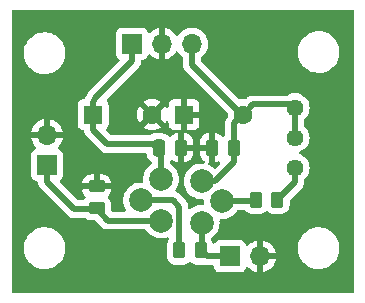
<source format=gbr>
G04 #@! TF.GenerationSoftware,KiCad,Pcbnew,(6.0.4)*
G04 #@! TF.CreationDate,2022-04-19T23:10:38+02:00*
G04 #@! TF.ProjectId,Wt_rnik_oscyloskopowy_JFET,5774f372-6e69-46b5-9f6f-7363796c6f73,rev?*
G04 #@! TF.SameCoordinates,Original*
G04 #@! TF.FileFunction,Copper,L2,Bot*
G04 #@! TF.FilePolarity,Positive*
%FSLAX46Y46*%
G04 Gerber Fmt 4.6, Leading zero omitted, Abs format (unit mm)*
G04 Created by KiCad (PCBNEW (6.0.4)) date 2022-04-19 23:10:38*
%MOMM*%
%LPD*%
G01*
G04 APERTURE LIST*
G04 Aperture macros list*
%AMRoundRect*
0 Rectangle with rounded corners*
0 $1 Rounding radius*
0 $2 $3 $4 $5 $6 $7 $8 $9 X,Y pos of 4 corners*
0 Add a 4 corners polygon primitive as box body*
4,1,4,$2,$3,$4,$5,$6,$7,$8,$9,$2,$3,0*
0 Add four circle primitives for the rounded corners*
1,1,$1+$1,$2,$3*
1,1,$1+$1,$4,$5*
1,1,$1+$1,$6,$7*
1,1,$1+$1,$8,$9*
0 Add four rect primitives between the rounded corners*
20,1,$1+$1,$2,$3,$4,$5,0*
20,1,$1+$1,$4,$5,$6,$7,0*
20,1,$1+$1,$6,$7,$8,$9,0*
20,1,$1+$1,$8,$9,$2,$3,0*%
G04 Aperture macros list end*
G04 #@! TA.AperFunction,ComponentPad*
%ADD10R,1.700000X1.700000*%
G04 #@! TD*
G04 #@! TA.AperFunction,ComponentPad*
%ADD11O,1.700000X1.700000*%
G04 #@! TD*
G04 #@! TA.AperFunction,ComponentPad*
%ADD12C,1.440000*%
G04 #@! TD*
G04 #@! TA.AperFunction,ComponentPad*
%ADD13R,1.600000X1.600000*%
G04 #@! TD*
G04 #@! TA.AperFunction,ComponentPad*
%ADD14C,1.600000*%
G04 #@! TD*
G04 #@! TA.AperFunction,ComponentPad*
%ADD15C,2.000000*%
G04 #@! TD*
G04 #@! TA.AperFunction,SMDPad,CuDef*
%ADD16RoundRect,0.250000X-0.262500X-0.450000X0.262500X-0.450000X0.262500X0.450000X-0.262500X0.450000X0*%
G04 #@! TD*
G04 #@! TA.AperFunction,SMDPad,CuDef*
%ADD17RoundRect,0.250000X0.450000X-0.262500X0.450000X0.262500X-0.450000X0.262500X-0.450000X-0.262500X0*%
G04 #@! TD*
G04 #@! TA.AperFunction,SMDPad,CuDef*
%ADD18RoundRect,0.250000X-0.250000X-0.475000X0.250000X-0.475000X0.250000X0.475000X-0.250000X0.475000X0*%
G04 #@! TD*
G04 #@! TA.AperFunction,SMDPad,CuDef*
%ADD19RoundRect,0.250000X0.250000X0.475000X-0.250000X0.475000X-0.250000X-0.475000X0.250000X-0.475000X0*%
G04 #@! TD*
G04 #@! TA.AperFunction,Conductor*
%ADD20C,0.500000*%
G04 #@! TD*
G04 APERTURE END LIST*
D10*
G04 #@! TO.P,J1,1,Pin_1*
G04 #@! TO.N,+15V*
X110600000Y-72400000D03*
D11*
G04 #@! TO.P,J1,2,Pin_2*
G04 #@! TO.N,GND*
X113140000Y-72400000D03*
G04 #@! TO.P,J1,3,Pin_3*
G04 #@! TO.N,-15V*
X115680000Y-72400000D03*
G04 #@! TD*
D12*
G04 #@! TO.P,RV1,1,1*
G04 #@! TO.N,Net-(R3-Pad2)*
X124400000Y-82900000D03*
G04 #@! TO.P,RV1,2,2*
G04 #@! TO.N,-15V*
X124400000Y-80360000D03*
G04 #@! TO.P,RV1,3,3*
X124400000Y-77820000D03*
G04 #@! TD*
D13*
G04 #@! TO.P,C4,1*
G04 #@! TO.N,GND*
X115000000Y-78400000D03*
D14*
G04 #@! TO.P,C4,2*
G04 #@! TO.N,-15V*
X120000000Y-78400000D03*
G04 #@! TD*
D13*
G04 #@! TO.P,C1,1*
G04 #@! TO.N,+15V*
X107300000Y-78400000D03*
D14*
G04 #@! TO.P,C1,2*
G04 #@! TO.N,GND*
X112300000Y-78400000D03*
G04 #@! TD*
D15*
G04 #@! TO.P,Q1,1,G*
G04 #@! TO.N,Net-(J2-Pad1)*
X113060000Y-87370000D03*
G04 #@! TO.P,Q1,2,S*
G04 #@! TO.N,Net-(Q1-Pad2)*
X111360000Y-85670000D03*
G04 #@! TO.P,Q1,3,D*
G04 #@! TO.N,+15V*
X113060000Y-83870000D03*
G04 #@! TD*
D10*
G04 #@! TO.P,J2,1,Pin_1*
G04 #@! TO.N,Net-(J2-Pad1)*
X103400000Y-82675000D03*
D11*
G04 #@! TO.P,J2,2,Pin_2*
G04 #@! TO.N,GND*
X103400000Y-80135000D03*
G04 #@! TD*
D15*
G04 #@! TO.P,Q2,1,G*
G04 #@! TO.N,-15V*
X116500000Y-84050000D03*
G04 #@! TO.P,Q2,2,S*
G04 #@! TO.N,Net-(Q2-Pad2)*
X118200000Y-85750000D03*
G04 #@! TO.P,Q2,3,D*
G04 #@! TO.N,Net-(J3-Pad1)*
X116500000Y-87550000D03*
G04 #@! TD*
D10*
G04 #@! TO.P,J3,1,Pin_1*
G04 #@! TO.N,Net-(J3-Pad1)*
X118900000Y-90400000D03*
D11*
G04 #@! TO.P,J3,2,Pin_2*
G04 #@! TO.N,GND*
X121440000Y-90400000D03*
G04 #@! TD*
D16*
G04 #@! TO.P,R3,1*
G04 #@! TO.N,Net-(Q2-Pad2)*
X121087500Y-85600000D03*
G04 #@! TO.P,R3,2*
G04 #@! TO.N,Net-(R3-Pad2)*
X122912500Y-85600000D03*
G04 #@! TD*
G04 #@! TO.P,R2,1*
G04 #@! TO.N,Net-(Q1-Pad2)*
X114587500Y-89900000D03*
G04 #@! TO.P,R2,2*
G04 #@! TO.N,Net-(J3-Pad1)*
X116412500Y-89900000D03*
G04 #@! TD*
D17*
G04 #@! TO.P,R1,1*
G04 #@! TO.N,Net-(J2-Pad1)*
X107600000Y-86312500D03*
G04 #@! TO.P,R1,2*
G04 #@! TO.N,GND*
X107600000Y-84487500D03*
G04 #@! TD*
D18*
G04 #@! TO.P,C2,1*
G04 #@! TO.N,+15V*
X112850000Y-81200000D03*
G04 #@! TO.P,C2,2*
G04 #@! TO.N,GND*
X114750000Y-81200000D03*
G04 #@! TD*
D19*
G04 #@! TO.P,C3,1*
G04 #@! TO.N,-15V*
X119250000Y-81200000D03*
G04 #@! TO.P,C3,2*
G04 #@! TO.N,GND*
X117350000Y-81200000D03*
G04 #@! TD*
D20*
G04 #@! TO.N,+15V*
X112350000Y-80900000D02*
X113060000Y-81610000D01*
X108500000Y-80900000D02*
X112350000Y-80900000D01*
X113060000Y-81610000D02*
X113060000Y-83870000D01*
X110600000Y-73900000D02*
X107500000Y-77000000D01*
X107300000Y-77300000D02*
X107300000Y-78400000D01*
X107500000Y-77100000D02*
X107300000Y-77300000D01*
X107300000Y-79700000D02*
X108500000Y-80900000D01*
X107500000Y-77000000D02*
X107500000Y-77100000D01*
X110600000Y-72400000D02*
X110600000Y-73900000D01*
X107300000Y-78400000D02*
X107300000Y-79700000D01*
G04 #@! TO.N,GND*
X114850000Y-78550000D02*
X115000000Y-78400000D01*
G04 #@! TO.N,-15V*
X119250000Y-79150000D02*
X120000000Y-78400000D01*
X120000000Y-78400000D02*
X120855000Y-77545000D01*
X124125000Y-77545000D02*
X124400000Y-77820000D01*
X117650000Y-84050000D02*
X119250000Y-82450000D01*
X119250000Y-82450000D02*
X119250000Y-79150000D01*
X116540000Y-84050000D02*
X117650000Y-84050000D01*
X124400000Y-77820000D02*
X124400000Y-80360000D01*
X119900000Y-78400000D02*
X120000000Y-78400000D01*
X115680000Y-72400000D02*
X115680000Y-74180000D01*
X115680000Y-74180000D02*
X119900000Y-78400000D01*
X120855000Y-77545000D02*
X124125000Y-77545000D01*
G04 #@! TO.N,Net-(J2-Pad1)*
X105700000Y-86400000D02*
X107512500Y-86400000D01*
X103400000Y-84100000D02*
X105700000Y-86400000D01*
X103400000Y-82675000D02*
X103400000Y-84100000D01*
X108570000Y-87370000D02*
X113060000Y-87370000D01*
X107600000Y-86400000D02*
X108570000Y-87370000D01*
X107512500Y-86400000D02*
X107600000Y-86312500D01*
X107600000Y-86312500D02*
X107600000Y-86400000D01*
G04 #@! TO.N,Net-(J3-Pad1)*
X116500000Y-87550000D02*
X116500000Y-89812500D01*
X116412500Y-89900000D02*
X116912500Y-90400000D01*
X116500000Y-89812500D02*
X116412500Y-89900000D01*
X116912500Y-90400000D02*
X118900000Y-90400000D01*
G04 #@! TO.N,Net-(Q1-Pad2)*
X114600000Y-86200000D02*
X114600000Y-89887500D01*
X114600000Y-89887500D02*
X114587500Y-89900000D01*
X111360000Y-85670000D02*
X114070000Y-85670000D01*
X114070000Y-85670000D02*
X114600000Y-86200000D01*
X114587500Y-89900000D02*
X114587500Y-90200000D01*
G04 #@! TO.N,Net-(Q2-Pad2)*
X120937500Y-85750000D02*
X121087500Y-85600000D01*
X118240000Y-85750000D02*
X120937500Y-85750000D01*
G04 #@! TO.N,Net-(R3-Pad2)*
X124400000Y-84112500D02*
X122912500Y-85600000D01*
X124400000Y-82900000D02*
X124400000Y-84112500D01*
G04 #@! TD*
G04 #@! TA.AperFunction,Conductor*
G04 #@! TO.N,GND*
G36*
X129333621Y-69528502D02*
G01*
X129380114Y-69582158D01*
X129391500Y-69634500D01*
X129391500Y-93365500D01*
X129371498Y-93433621D01*
X129317842Y-93480114D01*
X129265500Y-93491500D01*
X100534500Y-93491500D01*
X100466379Y-93471498D01*
X100419886Y-93417842D01*
X100408500Y-93365500D01*
X100408500Y-89807655D01*
X101439858Y-89807655D01*
X101475104Y-90066638D01*
X101476412Y-90071124D01*
X101476412Y-90071126D01*
X101492956Y-90127885D01*
X101548243Y-90317567D01*
X101657668Y-90554928D01*
X101660231Y-90558837D01*
X101798410Y-90769596D01*
X101798414Y-90769601D01*
X101800976Y-90773509D01*
X101975018Y-90968506D01*
X102175970Y-91135637D01*
X102179973Y-91138066D01*
X102395422Y-91268804D01*
X102395426Y-91268806D01*
X102399419Y-91271229D01*
X102640455Y-91372303D01*
X102893783Y-91436641D01*
X102898434Y-91437109D01*
X102898438Y-91437110D01*
X103091308Y-91456531D01*
X103110867Y-91458500D01*
X103266354Y-91458500D01*
X103268679Y-91458327D01*
X103268685Y-91458327D01*
X103456000Y-91444407D01*
X103456004Y-91444406D01*
X103460652Y-91444061D01*
X103465200Y-91443032D01*
X103465206Y-91443031D01*
X103651601Y-91400853D01*
X103715577Y-91386377D01*
X103751769Y-91372303D01*
X103954824Y-91293340D01*
X103954827Y-91293339D01*
X103959177Y-91291647D01*
X103967637Y-91286812D01*
X104063261Y-91232158D01*
X104186098Y-91161951D01*
X104391357Y-91000138D01*
X104570443Y-90809763D01*
X104719424Y-90595009D01*
X104741284Y-90550682D01*
X104832960Y-90364781D01*
X104832961Y-90364778D01*
X104835025Y-90360593D01*
X104914707Y-90111665D01*
X104956721Y-89853693D01*
X104960142Y-89592345D01*
X104924896Y-89333362D01*
X104910473Y-89283877D01*
X104884252Y-89193919D01*
X104851757Y-89082433D01*
X104846225Y-89070432D01*
X104795637Y-88960700D01*
X104742332Y-88845072D01*
X104689225Y-88764070D01*
X104601590Y-88630404D01*
X104601586Y-88630399D01*
X104599024Y-88626491D01*
X104424982Y-88431494D01*
X104224030Y-88264363D01*
X104033097Y-88148502D01*
X104004578Y-88131196D01*
X104004574Y-88131194D01*
X104000581Y-88128771D01*
X103759545Y-88027697D01*
X103506217Y-87963359D01*
X103501566Y-87962891D01*
X103501562Y-87962890D01*
X103292271Y-87941816D01*
X103289133Y-87941500D01*
X103133646Y-87941500D01*
X103131321Y-87941673D01*
X103131315Y-87941673D01*
X102944000Y-87955593D01*
X102943996Y-87955594D01*
X102939348Y-87955939D01*
X102934800Y-87956968D01*
X102934794Y-87956969D01*
X102748399Y-87999147D01*
X102684423Y-88013623D01*
X102680071Y-88015315D01*
X102680069Y-88015316D01*
X102445176Y-88106660D01*
X102445173Y-88106661D01*
X102440823Y-88108353D01*
X102436769Y-88110670D01*
X102436767Y-88110671D01*
X102405099Y-88128771D01*
X102213902Y-88238049D01*
X102008643Y-88399862D01*
X101829557Y-88590237D01*
X101748227Y-88707473D01*
X101690888Y-88790127D01*
X101680576Y-88804991D01*
X101678510Y-88809181D01*
X101678508Y-88809184D01*
X101598126Y-88972184D01*
X101564975Y-89039407D01*
X101563553Y-89043850D01*
X101563552Y-89043852D01*
X101535015Y-89133002D01*
X101485293Y-89288335D01*
X101443279Y-89546307D01*
X101439858Y-89807655D01*
X100408500Y-89807655D01*
X100408500Y-83573134D01*
X102041500Y-83573134D01*
X102048255Y-83635316D01*
X102099385Y-83771705D01*
X102186739Y-83888261D01*
X102303295Y-83975615D01*
X102439684Y-84026745D01*
X102501866Y-84033500D01*
X102516420Y-84033500D01*
X102584541Y-84053502D01*
X102631034Y-84107158D01*
X102641571Y-84144905D01*
X102644793Y-84172543D01*
X102645222Y-84176882D01*
X102649770Y-84232789D01*
X102651140Y-84249637D01*
X102653396Y-84256601D01*
X102654587Y-84262560D01*
X102655971Y-84268415D01*
X102656818Y-84275681D01*
X102681735Y-84344327D01*
X102683152Y-84348455D01*
X102701266Y-84404368D01*
X102705649Y-84417899D01*
X102709445Y-84424154D01*
X102711951Y-84429628D01*
X102714670Y-84435058D01*
X102717167Y-84441937D01*
X102721180Y-84448057D01*
X102721180Y-84448058D01*
X102757186Y-84502976D01*
X102759523Y-84506680D01*
X102797405Y-84569107D01*
X102801121Y-84573315D01*
X102801122Y-84573316D01*
X102804803Y-84577484D01*
X102804776Y-84577508D01*
X102807429Y-84580500D01*
X102810132Y-84583733D01*
X102814144Y-84589852D01*
X102819456Y-84594884D01*
X102870383Y-84643128D01*
X102872825Y-84645506D01*
X105116230Y-86888911D01*
X105128616Y-86903323D01*
X105137149Y-86914918D01*
X105137154Y-86914923D01*
X105141492Y-86920818D01*
X105147070Y-86925557D01*
X105147073Y-86925560D01*
X105181768Y-86955035D01*
X105189284Y-86961965D01*
X105194979Y-86967660D01*
X105201120Y-86972518D01*
X105217251Y-86985281D01*
X105220655Y-86988072D01*
X105270703Y-87030591D01*
X105276285Y-87035333D01*
X105282801Y-87038661D01*
X105287850Y-87042028D01*
X105292979Y-87045195D01*
X105298716Y-87049734D01*
X105364875Y-87080655D01*
X105368769Y-87082558D01*
X105433808Y-87115769D01*
X105440916Y-87117508D01*
X105446559Y-87119607D01*
X105452322Y-87121524D01*
X105458950Y-87124622D01*
X105466112Y-87126112D01*
X105466113Y-87126112D01*
X105530412Y-87139486D01*
X105534696Y-87140456D01*
X105605610Y-87157808D01*
X105611212Y-87158156D01*
X105611215Y-87158156D01*
X105616764Y-87158500D01*
X105616762Y-87158536D01*
X105620755Y-87158775D01*
X105624947Y-87159149D01*
X105632115Y-87160640D01*
X105709520Y-87158546D01*
X105712928Y-87158500D01*
X106615342Y-87158500D01*
X106681458Y-87177240D01*
X106820224Y-87262777D01*
X106827262Y-87267115D01*
X106907005Y-87293564D01*
X106988611Y-87320632D01*
X106988613Y-87320632D01*
X106995139Y-87322797D01*
X107001975Y-87323497D01*
X107001978Y-87323498D01*
X107045031Y-87327909D01*
X107099600Y-87333500D01*
X107408629Y-87333500D01*
X107476750Y-87353502D01*
X107497724Y-87370405D01*
X107986230Y-87858911D01*
X107998616Y-87873323D01*
X108007149Y-87884918D01*
X108007154Y-87884923D01*
X108011492Y-87890818D01*
X108017070Y-87895557D01*
X108017073Y-87895560D01*
X108051768Y-87925035D01*
X108059284Y-87931965D01*
X108064979Y-87937660D01*
X108067861Y-87939940D01*
X108087251Y-87955281D01*
X108090655Y-87958072D01*
X108140703Y-88000591D01*
X108146285Y-88005333D01*
X108152801Y-88008661D01*
X108157850Y-88012028D01*
X108162979Y-88015195D01*
X108168716Y-88019734D01*
X108234875Y-88050655D01*
X108238769Y-88052558D01*
X108303808Y-88085769D01*
X108310916Y-88087508D01*
X108316559Y-88089607D01*
X108322322Y-88091524D01*
X108328950Y-88094622D01*
X108394965Y-88108353D01*
X108400412Y-88109486D01*
X108404696Y-88110456D01*
X108475610Y-88127808D01*
X108481212Y-88128156D01*
X108481215Y-88128156D01*
X108486764Y-88128500D01*
X108486762Y-88128536D01*
X108490755Y-88128775D01*
X108494947Y-88129149D01*
X108502115Y-88130640D01*
X108579520Y-88128546D01*
X108582928Y-88128500D01*
X111685035Y-88128500D01*
X111753156Y-88148502D01*
X111792466Y-88188663D01*
X111835824Y-88259416D01*
X111839037Y-88263178D01*
X111842605Y-88267355D01*
X111990031Y-88439969D01*
X112170584Y-88594176D01*
X112174792Y-88596755D01*
X112174798Y-88596759D01*
X112229702Y-88630404D01*
X112373037Y-88718240D01*
X112377607Y-88720133D01*
X112377611Y-88720135D01*
X112587833Y-88807211D01*
X112592406Y-88809105D01*
X112672609Y-88828360D01*
X112818476Y-88863380D01*
X112818482Y-88863381D01*
X112823289Y-88864535D01*
X113060000Y-88883165D01*
X113296711Y-88864535D01*
X113301518Y-88863381D01*
X113301524Y-88863380D01*
X113447391Y-88828360D01*
X113527594Y-88809105D01*
X113532169Y-88807210D01*
X113532172Y-88807209D01*
X113573413Y-88790127D01*
X113644003Y-88782538D01*
X113707489Y-88814318D01*
X113743716Y-88875376D01*
X113741182Y-88946328D01*
X113725016Y-88976279D01*
X113725695Y-88976697D01*
X113646749Y-89104771D01*
X113632885Y-89127262D01*
X113610777Y-89193917D01*
X113585137Y-89271220D01*
X113577203Y-89295139D01*
X113576503Y-89301975D01*
X113576502Y-89301978D01*
X113573287Y-89333362D01*
X113566500Y-89399600D01*
X113566500Y-90400400D01*
X113577474Y-90506166D01*
X113579655Y-90512702D01*
X113579655Y-90512704D01*
X113607114Y-90595009D01*
X113633450Y-90673946D01*
X113726522Y-90824348D01*
X113851697Y-90949305D01*
X113857927Y-90953145D01*
X113857928Y-90953146D01*
X113995090Y-91037694D01*
X114002262Y-91042115D01*
X114082005Y-91068564D01*
X114163611Y-91095632D01*
X114163613Y-91095632D01*
X114170139Y-91097797D01*
X114176975Y-91098497D01*
X114176978Y-91098498D01*
X114220031Y-91102909D01*
X114274600Y-91108500D01*
X114900400Y-91108500D01*
X114903646Y-91108163D01*
X114903650Y-91108163D01*
X114999308Y-91098238D01*
X114999312Y-91098237D01*
X115006166Y-91097526D01*
X115012702Y-91095345D01*
X115012704Y-91095345D01*
X115144806Y-91051272D01*
X115173946Y-91041550D01*
X115324348Y-90948478D01*
X115410784Y-90861891D01*
X115473066Y-90827812D01*
X115543886Y-90832815D01*
X115588976Y-90861736D01*
X115676697Y-90949305D01*
X115682927Y-90953145D01*
X115682928Y-90953146D01*
X115820090Y-91037694D01*
X115827262Y-91042115D01*
X115907005Y-91068564D01*
X115988611Y-91095632D01*
X115988613Y-91095632D01*
X115995139Y-91097797D01*
X116001975Y-91098497D01*
X116001978Y-91098498D01*
X116045031Y-91102909D01*
X116099600Y-91108500D01*
X116606524Y-91108500D01*
X116645976Y-91115599D01*
X116646308Y-91115769D01*
X116653414Y-91117508D01*
X116659039Y-91119600D01*
X116664821Y-91121523D01*
X116671450Y-91124622D01*
X116678613Y-91126112D01*
X116678616Y-91126113D01*
X116724405Y-91135637D01*
X116742935Y-91139491D01*
X116747201Y-91140457D01*
X116818110Y-91157808D01*
X116823712Y-91158156D01*
X116823715Y-91158156D01*
X116829264Y-91158500D01*
X116829262Y-91158535D01*
X116833234Y-91158775D01*
X116837455Y-91159152D01*
X116844615Y-91160641D01*
X116922042Y-91158546D01*
X116925450Y-91158500D01*
X117415500Y-91158500D01*
X117483621Y-91178502D01*
X117530114Y-91232158D01*
X117541500Y-91284500D01*
X117541500Y-91298134D01*
X117548255Y-91360316D01*
X117599385Y-91496705D01*
X117686739Y-91613261D01*
X117803295Y-91700615D01*
X117939684Y-91751745D01*
X118001866Y-91758500D01*
X119798134Y-91758500D01*
X119860316Y-91751745D01*
X119996705Y-91700615D01*
X120113261Y-91613261D01*
X120200615Y-91496705D01*
X120206172Y-91481883D01*
X120244798Y-91378848D01*
X120287440Y-91322084D01*
X120354001Y-91297384D01*
X120423350Y-91312592D01*
X120458017Y-91340580D01*
X120483218Y-91369673D01*
X120490580Y-91376883D01*
X120654434Y-91512916D01*
X120662881Y-91518831D01*
X120846756Y-91626279D01*
X120856042Y-91630729D01*
X121055001Y-91706703D01*
X121064899Y-91709579D01*
X121168250Y-91730606D01*
X121182299Y-91729410D01*
X121186000Y-91719065D01*
X121186000Y-91718517D01*
X121694000Y-91718517D01*
X121698064Y-91732359D01*
X121711478Y-91734393D01*
X121718184Y-91733534D01*
X121728262Y-91731392D01*
X121932255Y-91670191D01*
X121941842Y-91666433D01*
X122133095Y-91572739D01*
X122141945Y-91567464D01*
X122315328Y-91443792D01*
X122323200Y-91437139D01*
X122474052Y-91286812D01*
X122480730Y-91278965D01*
X122605003Y-91106020D01*
X122610313Y-91097183D01*
X122704670Y-90906267D01*
X122708469Y-90896672D01*
X122770377Y-90692910D01*
X122772555Y-90682837D01*
X122773986Y-90671962D01*
X122771775Y-90657778D01*
X122758617Y-90654000D01*
X121712115Y-90654000D01*
X121696876Y-90658475D01*
X121695671Y-90659865D01*
X121694000Y-90667548D01*
X121694000Y-91718517D01*
X121186000Y-91718517D01*
X121186000Y-90127885D01*
X121694000Y-90127885D01*
X121698475Y-90143124D01*
X121699865Y-90144329D01*
X121707548Y-90146000D01*
X122758344Y-90146000D01*
X122771875Y-90142027D01*
X122773180Y-90132947D01*
X122731214Y-89965875D01*
X122727894Y-89956124D01*
X122663339Y-89807655D01*
X124639858Y-89807655D01*
X124675104Y-90066638D01*
X124676412Y-90071124D01*
X124676412Y-90071126D01*
X124692956Y-90127885D01*
X124748243Y-90317567D01*
X124857668Y-90554928D01*
X124860231Y-90558837D01*
X124998410Y-90769596D01*
X124998414Y-90769601D01*
X125000976Y-90773509D01*
X125175018Y-90968506D01*
X125375970Y-91135637D01*
X125379973Y-91138066D01*
X125595422Y-91268804D01*
X125595426Y-91268806D01*
X125599419Y-91271229D01*
X125840455Y-91372303D01*
X126093783Y-91436641D01*
X126098434Y-91437109D01*
X126098438Y-91437110D01*
X126291308Y-91456531D01*
X126310867Y-91458500D01*
X126466354Y-91458500D01*
X126468679Y-91458327D01*
X126468685Y-91458327D01*
X126656000Y-91444407D01*
X126656004Y-91444406D01*
X126660652Y-91444061D01*
X126665200Y-91443032D01*
X126665206Y-91443031D01*
X126851601Y-91400853D01*
X126915577Y-91386377D01*
X126951769Y-91372303D01*
X127154824Y-91293340D01*
X127154827Y-91293339D01*
X127159177Y-91291647D01*
X127167637Y-91286812D01*
X127263261Y-91232158D01*
X127386098Y-91161951D01*
X127591357Y-91000138D01*
X127770443Y-90809763D01*
X127919424Y-90595009D01*
X127941284Y-90550682D01*
X128032960Y-90364781D01*
X128032961Y-90364778D01*
X128035025Y-90360593D01*
X128114707Y-90111665D01*
X128156721Y-89853693D01*
X128160142Y-89592345D01*
X128124896Y-89333362D01*
X128110473Y-89283877D01*
X128084252Y-89193919D01*
X128051757Y-89082433D01*
X128046225Y-89070432D01*
X127995637Y-88960700D01*
X127942332Y-88845072D01*
X127889225Y-88764070D01*
X127801590Y-88630404D01*
X127801586Y-88630399D01*
X127799024Y-88626491D01*
X127624982Y-88431494D01*
X127424030Y-88264363D01*
X127233097Y-88148502D01*
X127204578Y-88131196D01*
X127204574Y-88131194D01*
X127200581Y-88128771D01*
X126959545Y-88027697D01*
X126706217Y-87963359D01*
X126701566Y-87962891D01*
X126701562Y-87962890D01*
X126492271Y-87941816D01*
X126489133Y-87941500D01*
X126333646Y-87941500D01*
X126331321Y-87941673D01*
X126331315Y-87941673D01*
X126144000Y-87955593D01*
X126143996Y-87955594D01*
X126139348Y-87955939D01*
X126134800Y-87956968D01*
X126134794Y-87956969D01*
X125948399Y-87999147D01*
X125884423Y-88013623D01*
X125880071Y-88015315D01*
X125880069Y-88015316D01*
X125645176Y-88106660D01*
X125645173Y-88106661D01*
X125640823Y-88108353D01*
X125636769Y-88110670D01*
X125636767Y-88110671D01*
X125605099Y-88128771D01*
X125413902Y-88238049D01*
X125208643Y-88399862D01*
X125029557Y-88590237D01*
X124948227Y-88707473D01*
X124890888Y-88790127D01*
X124880576Y-88804991D01*
X124878510Y-88809181D01*
X124878508Y-88809184D01*
X124798126Y-88972184D01*
X124764975Y-89039407D01*
X124763553Y-89043850D01*
X124763552Y-89043852D01*
X124735015Y-89133002D01*
X124685293Y-89288335D01*
X124643279Y-89546307D01*
X124639858Y-89807655D01*
X122663339Y-89807655D01*
X122642972Y-89760814D01*
X122638105Y-89751739D01*
X122522426Y-89572926D01*
X122516136Y-89564757D01*
X122372806Y-89407240D01*
X122365273Y-89400215D01*
X122198139Y-89268222D01*
X122189552Y-89262517D01*
X122003117Y-89159599D01*
X121993705Y-89155369D01*
X121792959Y-89084280D01*
X121782988Y-89081646D01*
X121711837Y-89068972D01*
X121698540Y-89070432D01*
X121694000Y-89084989D01*
X121694000Y-90127885D01*
X121186000Y-90127885D01*
X121186000Y-89083102D01*
X121182082Y-89069758D01*
X121167806Y-89067771D01*
X121129324Y-89073660D01*
X121119288Y-89076051D01*
X120916868Y-89142212D01*
X120907359Y-89146209D01*
X120718463Y-89244542D01*
X120709738Y-89250036D01*
X120539433Y-89377905D01*
X120531726Y-89384748D01*
X120454478Y-89465584D01*
X120392954Y-89501014D01*
X120322042Y-89497557D01*
X120264255Y-89456311D01*
X120245402Y-89422763D01*
X120203767Y-89311703D01*
X120200615Y-89303295D01*
X120113261Y-89186739D01*
X119996705Y-89099385D01*
X119860316Y-89048255D01*
X119798134Y-89041500D01*
X118001866Y-89041500D01*
X117939684Y-89048255D01*
X117803295Y-89099385D01*
X117686739Y-89186739D01*
X117625671Y-89268222D01*
X117623424Y-89271220D01*
X117566564Y-89313734D01*
X117495746Y-89318759D01*
X117433453Y-89284699D01*
X117403074Y-89235530D01*
X117389192Y-89193919D01*
X117366550Y-89126054D01*
X117335607Y-89076051D01*
X117281551Y-88988697D01*
X117262713Y-88920245D01*
X117283874Y-88852475D01*
X117322860Y-88814962D01*
X117345400Y-88801149D01*
X117389416Y-88774176D01*
X117569969Y-88619969D01*
X117724176Y-88439416D01*
X117726755Y-88435208D01*
X117726759Y-88435202D01*
X117845654Y-88241183D01*
X117848240Y-88236963D01*
X117884882Y-88148502D01*
X117937211Y-88022167D01*
X117937212Y-88022165D01*
X117939105Y-88017594D01*
X117970958Y-87884918D01*
X117993380Y-87791524D01*
X117993381Y-87791518D01*
X117994535Y-87786711D01*
X118013165Y-87550000D01*
X118000860Y-87393654D01*
X118015456Y-87324174D01*
X118065298Y-87273615D01*
X118136358Y-87258156D01*
X118200000Y-87263165D01*
X118436711Y-87244535D01*
X118441518Y-87243381D01*
X118441524Y-87243380D01*
X118587391Y-87208360D01*
X118667594Y-87189105D01*
X118703325Y-87174305D01*
X118882389Y-87100135D01*
X118882393Y-87100133D01*
X118886963Y-87098240D01*
X118914166Y-87081570D01*
X119085202Y-86976759D01*
X119085208Y-86976755D01*
X119089416Y-86974176D01*
X119269969Y-86819969D01*
X119279765Y-86808500D01*
X119420963Y-86643178D01*
X119424176Y-86639416D01*
X119467533Y-86568664D01*
X119520181Y-86521033D01*
X119574965Y-86508500D01*
X120158520Y-86508500D01*
X120226641Y-86528502D01*
X120247536Y-86545325D01*
X120351697Y-86649305D01*
X120357927Y-86653145D01*
X120357928Y-86653146D01*
X120495090Y-86737694D01*
X120502262Y-86742115D01*
X120582005Y-86768564D01*
X120663611Y-86795632D01*
X120663613Y-86795632D01*
X120670139Y-86797797D01*
X120676975Y-86798497D01*
X120676978Y-86798498D01*
X120720031Y-86802909D01*
X120774600Y-86808500D01*
X121400400Y-86808500D01*
X121403646Y-86808163D01*
X121403650Y-86808163D01*
X121499308Y-86798238D01*
X121499312Y-86798237D01*
X121506166Y-86797526D01*
X121512702Y-86795345D01*
X121512704Y-86795345D01*
X121644806Y-86751272D01*
X121673946Y-86741550D01*
X121824348Y-86648478D01*
X121910784Y-86561891D01*
X121973066Y-86527812D01*
X122043886Y-86532815D01*
X122088975Y-86561736D01*
X122118789Y-86591498D01*
X122176697Y-86649305D01*
X122182927Y-86653145D01*
X122182928Y-86653146D01*
X122320090Y-86737694D01*
X122327262Y-86742115D01*
X122407005Y-86768564D01*
X122488611Y-86795632D01*
X122488613Y-86795632D01*
X122495139Y-86797797D01*
X122501975Y-86798497D01*
X122501978Y-86798498D01*
X122545031Y-86802909D01*
X122599600Y-86808500D01*
X123225400Y-86808500D01*
X123228646Y-86808163D01*
X123228650Y-86808163D01*
X123324308Y-86798238D01*
X123324312Y-86798237D01*
X123331166Y-86797526D01*
X123337702Y-86795345D01*
X123337704Y-86795345D01*
X123469806Y-86751272D01*
X123498946Y-86741550D01*
X123649348Y-86648478D01*
X123774305Y-86523303D01*
X123798761Y-86483629D01*
X123863275Y-86378968D01*
X123863276Y-86378966D01*
X123867115Y-86372738D01*
X123905325Y-86257539D01*
X123920632Y-86211389D01*
X123920632Y-86211387D01*
X123922797Y-86204861D01*
X123927008Y-86163767D01*
X123928207Y-86152063D01*
X123933500Y-86100400D01*
X123933500Y-85703871D01*
X123953502Y-85635750D01*
X123970405Y-85614776D01*
X124888911Y-84696270D01*
X124903323Y-84683884D01*
X124914918Y-84675351D01*
X124914923Y-84675346D01*
X124920818Y-84671008D01*
X124925557Y-84665430D01*
X124925560Y-84665427D01*
X124955035Y-84630732D01*
X124961965Y-84623216D01*
X124967661Y-84617520D01*
X124969924Y-84614659D01*
X124969929Y-84614654D01*
X124985293Y-84595234D01*
X124988082Y-84591833D01*
X124989765Y-84589852D01*
X125035333Y-84536215D01*
X125038659Y-84529702D01*
X125042020Y-84524663D01*
X125045196Y-84519521D01*
X125049734Y-84513784D01*
X125080655Y-84447625D01*
X125082561Y-84443725D01*
X125089900Y-84429352D01*
X125115769Y-84378692D01*
X125117508Y-84371583D01*
X125119604Y-84365949D01*
X125121523Y-84360179D01*
X125124622Y-84353550D01*
X125126118Y-84346362D01*
X125139490Y-84282071D01*
X125140461Y-84277782D01*
X125149134Y-84242339D01*
X125157808Y-84206890D01*
X125158500Y-84195736D01*
X125158535Y-84195738D01*
X125158775Y-84191766D01*
X125159152Y-84187545D01*
X125160641Y-84180385D01*
X125158546Y-84102958D01*
X125158500Y-84099550D01*
X125158500Y-83931052D01*
X125178502Y-83862931D01*
X125195405Y-83841957D01*
X125344681Y-83692681D01*
X125467976Y-83516596D01*
X125482656Y-83485116D01*
X125556499Y-83326759D01*
X125556500Y-83326757D01*
X125558822Y-83321777D01*
X125614458Y-83114142D01*
X125633193Y-82900000D01*
X125614458Y-82685858D01*
X125596696Y-82619571D01*
X125560245Y-82483533D01*
X125560244Y-82483531D01*
X125558822Y-82478223D01*
X125551820Y-82463207D01*
X125470299Y-82288385D01*
X125470297Y-82288382D01*
X125467976Y-82283404D01*
X125344681Y-82107319D01*
X125192681Y-81955319D01*
X125016597Y-81832024D01*
X125011619Y-81829703D01*
X125011616Y-81829701D01*
X124828247Y-81744195D01*
X124774962Y-81697278D01*
X124755501Y-81629000D01*
X124776043Y-81561041D01*
X124828247Y-81515805D01*
X125011616Y-81430299D01*
X125011619Y-81430297D01*
X125016597Y-81427976D01*
X125192681Y-81304681D01*
X125344681Y-81152681D01*
X125467976Y-80976596D01*
X125482244Y-80946000D01*
X125556499Y-80786759D01*
X125556500Y-80786757D01*
X125558822Y-80781777D01*
X125588388Y-80671438D01*
X125613034Y-80579457D01*
X125613034Y-80579455D01*
X125614458Y-80574142D01*
X125633193Y-80360000D01*
X125614458Y-80145858D01*
X125602968Y-80102976D01*
X125560245Y-79943533D01*
X125560244Y-79943531D01*
X125558822Y-79938223D01*
X125532863Y-79882553D01*
X125470299Y-79748385D01*
X125470297Y-79748382D01*
X125467976Y-79743404D01*
X125344681Y-79567319D01*
X125195405Y-79418043D01*
X125161379Y-79355731D01*
X125158500Y-79328948D01*
X125158500Y-78851052D01*
X125178502Y-78782931D01*
X125195405Y-78761957D01*
X125344681Y-78612681D01*
X125467976Y-78436596D01*
X125483659Y-78402965D01*
X125556499Y-78246759D01*
X125556500Y-78246757D01*
X125558822Y-78241777D01*
X125589340Y-78127885D01*
X125613034Y-78039457D01*
X125613034Y-78039455D01*
X125614458Y-78034142D01*
X125633193Y-77820000D01*
X125614458Y-77605858D01*
X125600919Y-77555331D01*
X125560245Y-77403533D01*
X125560244Y-77403531D01*
X125558822Y-77398223D01*
X125541906Y-77361946D01*
X125470299Y-77208385D01*
X125470297Y-77208382D01*
X125467976Y-77203404D01*
X125344681Y-77027319D01*
X125192681Y-76875319D01*
X125016597Y-76752024D01*
X125011619Y-76749703D01*
X125011616Y-76749701D01*
X124826759Y-76663501D01*
X124826758Y-76663500D01*
X124821777Y-76661178D01*
X124816469Y-76659756D01*
X124816467Y-76659755D01*
X124619457Y-76606966D01*
X124619455Y-76606966D01*
X124614142Y-76605542D01*
X124400000Y-76586807D01*
X124185858Y-76605542D01*
X124180545Y-76606966D01*
X124180543Y-76606966D01*
X123983533Y-76659755D01*
X123983531Y-76659756D01*
X123978223Y-76661178D01*
X123973243Y-76663500D01*
X123973241Y-76663501D01*
X123788385Y-76749701D01*
X123788382Y-76749703D01*
X123783404Y-76752024D01*
X123766708Y-76763715D01*
X123694440Y-76786500D01*
X120922070Y-76786500D01*
X120903120Y-76785067D01*
X120888885Y-76782901D01*
X120888881Y-76782901D01*
X120881651Y-76781801D01*
X120874359Y-76782394D01*
X120874356Y-76782394D01*
X120828982Y-76786085D01*
X120818767Y-76786500D01*
X120810707Y-76786500D01*
X120807073Y-76786924D01*
X120807067Y-76786924D01*
X120794042Y-76788443D01*
X120782480Y-76789791D01*
X120778132Y-76790221D01*
X120756059Y-76792016D01*
X120712662Y-76795546D01*
X120712659Y-76795547D01*
X120705364Y-76796140D01*
X120698400Y-76798396D01*
X120692461Y-76799583D01*
X120686590Y-76800970D01*
X120679319Y-76801818D01*
X120672443Y-76804314D01*
X120672434Y-76804316D01*
X120610702Y-76826725D01*
X120606598Y-76828135D01*
X120537101Y-76850648D01*
X120530846Y-76854444D01*
X120525387Y-76856943D01*
X120519939Y-76859671D01*
X120513063Y-76862167D01*
X120452010Y-76902195D01*
X120448337Y-76904513D01*
X120385893Y-76942405D01*
X120377517Y-76949802D01*
X120377493Y-76949775D01*
X120374499Y-76952430D01*
X120371268Y-76955132D01*
X120365148Y-76959144D01*
X120311872Y-77015383D01*
X120309494Y-77017825D01*
X120262990Y-77064329D01*
X120200678Y-77098355D01*
X120162913Y-77100755D01*
X120005475Y-77086981D01*
X120000000Y-77086502D01*
X119771913Y-77106457D01*
X119766594Y-77107882D01*
X119761186Y-77108836D01*
X119760870Y-77107046D01*
X119698011Y-77105538D01*
X119647304Y-77074623D01*
X116475405Y-73902724D01*
X116441379Y-73840412D01*
X116438500Y-73813629D01*
X116438500Y-73592632D01*
X116458502Y-73524511D01*
X116491331Y-73490054D01*
X116559860Y-73441173D01*
X116718096Y-73283489D01*
X116739507Y-73253693D01*
X116772588Y-73207655D01*
X124639858Y-73207655D01*
X124675104Y-73466638D01*
X124676412Y-73471124D01*
X124676412Y-73471126D01*
X124689676Y-73516632D01*
X124748243Y-73717567D01*
X124750203Y-73721820D01*
X124750204Y-73721821D01*
X124765621Y-73755262D01*
X124857668Y-73954928D01*
X124860231Y-73958837D01*
X124998410Y-74169596D01*
X124998414Y-74169601D01*
X125000976Y-74173509D01*
X125175018Y-74368506D01*
X125375970Y-74535637D01*
X125379973Y-74538066D01*
X125595422Y-74668804D01*
X125595426Y-74668806D01*
X125599419Y-74671229D01*
X125840455Y-74772303D01*
X126093783Y-74836641D01*
X126098434Y-74837109D01*
X126098438Y-74837110D01*
X126291308Y-74856531D01*
X126310867Y-74858500D01*
X126466354Y-74858500D01*
X126468679Y-74858327D01*
X126468685Y-74858327D01*
X126656000Y-74844407D01*
X126656004Y-74844406D01*
X126660652Y-74844061D01*
X126665200Y-74843032D01*
X126665206Y-74843031D01*
X126902531Y-74789329D01*
X126915577Y-74786377D01*
X126948814Y-74773452D01*
X127154824Y-74693340D01*
X127154827Y-74693339D01*
X127159177Y-74691647D01*
X127197311Y-74669852D01*
X127342805Y-74586695D01*
X127386098Y-74561951D01*
X127591357Y-74400138D01*
X127770443Y-74209763D01*
X127919424Y-73995009D01*
X127921492Y-73990816D01*
X128032960Y-73764781D01*
X128032961Y-73764778D01*
X128035025Y-73760593D01*
X128036732Y-73755262D01*
X128113280Y-73516123D01*
X128114707Y-73511665D01*
X128156721Y-73253693D01*
X128159265Y-73059362D01*
X128160081Y-72997022D01*
X128160081Y-72997019D01*
X128160142Y-72992345D01*
X128124896Y-72733362D01*
X128110473Y-72683877D01*
X128083027Y-72589715D01*
X128051757Y-72482433D01*
X127942332Y-72245072D01*
X127876440Y-72144570D01*
X127801590Y-72030404D01*
X127801586Y-72030399D01*
X127799024Y-72026491D01*
X127624982Y-71831494D01*
X127424030Y-71664363D01*
X127331728Y-71608353D01*
X127204578Y-71531196D01*
X127204574Y-71531194D01*
X127200581Y-71528771D01*
X126959545Y-71427697D01*
X126706217Y-71363359D01*
X126701566Y-71362891D01*
X126701562Y-71362890D01*
X126492271Y-71341816D01*
X126489133Y-71341500D01*
X126333646Y-71341500D01*
X126331321Y-71341673D01*
X126331315Y-71341673D01*
X126144000Y-71355593D01*
X126143996Y-71355594D01*
X126139348Y-71355939D01*
X126134800Y-71356968D01*
X126134794Y-71356969D01*
X126012031Y-71384748D01*
X125884423Y-71413623D01*
X125880071Y-71415315D01*
X125880069Y-71415316D01*
X125645176Y-71506660D01*
X125645173Y-71506661D01*
X125640823Y-71508353D01*
X125413902Y-71638049D01*
X125208643Y-71799862D01*
X125029557Y-71990237D01*
X124937456Y-72122999D01*
X124903226Y-72172342D01*
X124880576Y-72204991D01*
X124878510Y-72209181D01*
X124878508Y-72209184D01*
X124800833Y-72366695D01*
X124764975Y-72439407D01*
X124763553Y-72443850D01*
X124763552Y-72443852D01*
X124732965Y-72539407D01*
X124685293Y-72688335D01*
X124643279Y-72946307D01*
X124643218Y-72950980D01*
X124641232Y-73102722D01*
X124639858Y-73207655D01*
X116772588Y-73207655D01*
X116845435Y-73106277D01*
X116848453Y-73102077D01*
X116850952Y-73097022D01*
X116945136Y-72906453D01*
X116945137Y-72906451D01*
X116947430Y-72901811D01*
X116998609Y-72733362D01*
X117010865Y-72693023D01*
X117010865Y-72693021D01*
X117012370Y-72688069D01*
X117041529Y-72466590D01*
X117042193Y-72439407D01*
X117043074Y-72403365D01*
X117043074Y-72403361D01*
X117043156Y-72400000D01*
X117024852Y-72177361D01*
X116970431Y-71960702D01*
X116881354Y-71755840D01*
X116841906Y-71694862D01*
X116762822Y-71572617D01*
X116762820Y-71572614D01*
X116760014Y-71568277D01*
X116609670Y-71403051D01*
X116605619Y-71399852D01*
X116605615Y-71399848D01*
X116438414Y-71267800D01*
X116438410Y-71267798D01*
X116434359Y-71264598D01*
X116398028Y-71244542D01*
X116382136Y-71235769D01*
X116238789Y-71156638D01*
X116233920Y-71154914D01*
X116233916Y-71154912D01*
X116033087Y-71083795D01*
X116033083Y-71083794D01*
X116028212Y-71082069D01*
X116023119Y-71081162D01*
X116023116Y-71081161D01*
X115813373Y-71043800D01*
X115813367Y-71043799D01*
X115808284Y-71042894D01*
X115734452Y-71041992D01*
X115590081Y-71040228D01*
X115590079Y-71040228D01*
X115584911Y-71040165D01*
X115364091Y-71073955D01*
X115151756Y-71143357D01*
X114953607Y-71246507D01*
X114949474Y-71249610D01*
X114949471Y-71249612D01*
X114796440Y-71364511D01*
X114774965Y-71380635D01*
X114728265Y-71429504D01*
X114635132Y-71526962D01*
X114620629Y-71542138D01*
X114617715Y-71546410D01*
X114617714Y-71546411D01*
X114512898Y-71700066D01*
X114457987Y-71745069D01*
X114387462Y-71753240D01*
X114323715Y-71721986D01*
X114303018Y-71697502D01*
X114222426Y-71572926D01*
X114216136Y-71564757D01*
X114072806Y-71407240D01*
X114065273Y-71400215D01*
X113898139Y-71268222D01*
X113889552Y-71262517D01*
X113703117Y-71159599D01*
X113693705Y-71155369D01*
X113492959Y-71084280D01*
X113482988Y-71081646D01*
X113411837Y-71068972D01*
X113398540Y-71070432D01*
X113394000Y-71084989D01*
X113394000Y-73718517D01*
X113398064Y-73732359D01*
X113411478Y-73734393D01*
X113418184Y-73733534D01*
X113428262Y-73731392D01*
X113632255Y-73670191D01*
X113641842Y-73666433D01*
X113833095Y-73572739D01*
X113841945Y-73567464D01*
X114015328Y-73443792D01*
X114023200Y-73437139D01*
X114174052Y-73286812D01*
X114180730Y-73278965D01*
X114308022Y-73101819D01*
X114309279Y-73102722D01*
X114356373Y-73059362D01*
X114426311Y-73047145D01*
X114491751Y-73074678D01*
X114519579Y-73106511D01*
X114579987Y-73205088D01*
X114726250Y-73373938D01*
X114874124Y-73496705D01*
X114875985Y-73498250D01*
X114915620Y-73557152D01*
X114921500Y-73595194D01*
X114921500Y-74112930D01*
X114920067Y-74131880D01*
X114916801Y-74153349D01*
X114917394Y-74160641D01*
X114917394Y-74160644D01*
X114921085Y-74206018D01*
X114921500Y-74216233D01*
X114921500Y-74224293D01*
X114922769Y-74235177D01*
X114924789Y-74252507D01*
X114925222Y-74256882D01*
X114929801Y-74313171D01*
X114931140Y-74329637D01*
X114933396Y-74336601D01*
X114934587Y-74342560D01*
X114935971Y-74348415D01*
X114936818Y-74355681D01*
X114961735Y-74424327D01*
X114963152Y-74428455D01*
X114985649Y-74497899D01*
X114989445Y-74504154D01*
X114991951Y-74509628D01*
X114994670Y-74515058D01*
X114997167Y-74521937D01*
X115001180Y-74528057D01*
X115001180Y-74528058D01*
X115037186Y-74582976D01*
X115039523Y-74586680D01*
X115077405Y-74649107D01*
X115081121Y-74653315D01*
X115081122Y-74653316D01*
X115084803Y-74657484D01*
X115084776Y-74657508D01*
X115087429Y-74660500D01*
X115090132Y-74663733D01*
X115094144Y-74669852D01*
X115099456Y-74674884D01*
X115150383Y-74723128D01*
X115152825Y-74725506D01*
X118656284Y-78228965D01*
X118690310Y-78291277D01*
X118692710Y-78329042D01*
X118688580Y-78376250D01*
X118686502Y-78400000D01*
X118686981Y-78405475D01*
X118701022Y-78565962D01*
X118687033Y-78635567D01*
X118674317Y-78655119D01*
X118664720Y-78667250D01*
X118661928Y-78670655D01*
X118660688Y-78672115D01*
X118614667Y-78726285D01*
X118611339Y-78732801D01*
X118607972Y-78737850D01*
X118604805Y-78742979D01*
X118600266Y-78748716D01*
X118569345Y-78814875D01*
X118567442Y-78818769D01*
X118534231Y-78883808D01*
X118532492Y-78890916D01*
X118530393Y-78896559D01*
X118528476Y-78902322D01*
X118525378Y-78908950D01*
X118523888Y-78916112D01*
X118523888Y-78916113D01*
X118510514Y-78980412D01*
X118509544Y-78984696D01*
X118492192Y-79055610D01*
X118491844Y-79061212D01*
X118491844Y-79061215D01*
X118491500Y-79066762D01*
X118491500Y-79066764D01*
X118491464Y-79066762D01*
X118491225Y-79070755D01*
X118490851Y-79074947D01*
X118489360Y-79082115D01*
X118489558Y-79089432D01*
X118491454Y-79159521D01*
X118491500Y-79162928D01*
X118491500Y-80108607D01*
X118471498Y-80176728D01*
X118454673Y-80197625D01*
X118400695Y-80251697D01*
X118397898Y-80256235D01*
X118340647Y-80296824D01*
X118269724Y-80300054D01*
X118208313Y-80264428D01*
X118200938Y-80255932D01*
X118192902Y-80245793D01*
X118078171Y-80131261D01*
X118066760Y-80122249D01*
X117928757Y-80037184D01*
X117915576Y-80031037D01*
X117761290Y-79979862D01*
X117747914Y-79976995D01*
X117653562Y-79967328D01*
X117647145Y-79967000D01*
X117622115Y-79967000D01*
X117606876Y-79971475D01*
X117605671Y-79972865D01*
X117604000Y-79980548D01*
X117604000Y-82414884D01*
X117608475Y-82430123D01*
X117609865Y-82431328D01*
X117617548Y-82432999D01*
X117647095Y-82432999D01*
X117653614Y-82432662D01*
X117749206Y-82422743D01*
X117762600Y-82419851D01*
X117923586Y-82366143D01*
X117994536Y-82363559D01*
X118055620Y-82399743D01*
X118087444Y-82463207D01*
X118079905Y-82533803D01*
X118052557Y-82574762D01*
X117694030Y-82933289D01*
X117631718Y-82967315D01*
X117560903Y-82962250D01*
X117523106Y-82940006D01*
X117389416Y-82825824D01*
X117385208Y-82823245D01*
X117385202Y-82823241D01*
X117191183Y-82704346D01*
X117186963Y-82701760D01*
X117182393Y-82699867D01*
X117182389Y-82699865D01*
X117092000Y-82662425D01*
X117036719Y-82617877D01*
X117014298Y-82550513D01*
X117031856Y-82481722D01*
X117083818Y-82433344D01*
X117091603Y-82430281D01*
X117094329Y-82427135D01*
X117096000Y-82419452D01*
X117096000Y-81472115D01*
X117091525Y-81456876D01*
X117090135Y-81455671D01*
X117082452Y-81454000D01*
X116360116Y-81454000D01*
X116344877Y-81458475D01*
X116343672Y-81459865D01*
X116342001Y-81467548D01*
X116342001Y-81722095D01*
X116342338Y-81728614D01*
X116352257Y-81824206D01*
X116355149Y-81837600D01*
X116406588Y-81991784D01*
X116412761Y-82004962D01*
X116498063Y-82142807D01*
X116507099Y-82154208D01*
X116621829Y-82268739D01*
X116633243Y-82277753D01*
X116690366Y-82312964D01*
X116737860Y-82365736D01*
X116749284Y-82435807D01*
X116721010Y-82500931D01*
X116662016Y-82540431D01*
X116614365Y-82545836D01*
X116500000Y-82536835D01*
X116263289Y-82555465D01*
X116258482Y-82556619D01*
X116258476Y-82556620D01*
X116112609Y-82591640D01*
X116032406Y-82610895D01*
X116027835Y-82612788D01*
X116027833Y-82612789D01*
X115817611Y-82699865D01*
X115817607Y-82699867D01*
X115813037Y-82701760D01*
X115808817Y-82704346D01*
X115614798Y-82823241D01*
X115614792Y-82823245D01*
X115610584Y-82825824D01*
X115530146Y-82894525D01*
X115444920Y-82967315D01*
X115430031Y-82980031D01*
X115275824Y-83160584D01*
X115273245Y-83164792D01*
X115273241Y-83164798D01*
X115180298Y-83316467D01*
X115151760Y-83363037D01*
X115149867Y-83367607D01*
X115149865Y-83367611D01*
X115063328Y-83576531D01*
X115060895Y-83582406D01*
X115047495Y-83638223D01*
X115020781Y-83749495D01*
X115005465Y-83813289D01*
X114986835Y-84050000D01*
X115005465Y-84286711D01*
X115006619Y-84291518D01*
X115006620Y-84291524D01*
X115033712Y-84404368D01*
X115060895Y-84517594D01*
X115062788Y-84522165D01*
X115062789Y-84522167D01*
X115134905Y-84696270D01*
X115151760Y-84736963D01*
X115154346Y-84741183D01*
X115273241Y-84935202D01*
X115273245Y-84935208D01*
X115275824Y-84939416D01*
X115430031Y-85119969D01*
X115610584Y-85274176D01*
X115614792Y-85276755D01*
X115614798Y-85276759D01*
X115747184Y-85357885D01*
X115813037Y-85398240D01*
X115817607Y-85400133D01*
X115817611Y-85400135D01*
X116027833Y-85487211D01*
X116032406Y-85489105D01*
X116112609Y-85508360D01*
X116258476Y-85543380D01*
X116258482Y-85543381D01*
X116263289Y-85544535D01*
X116500000Y-85563165D01*
X116504930Y-85562777D01*
X116504941Y-85562777D01*
X116555722Y-85558780D01*
X116625202Y-85573375D01*
X116675762Y-85623217D01*
X116691220Y-85694278D01*
X116687223Y-85745059D01*
X116687223Y-85745070D01*
X116686835Y-85750000D01*
X116687223Y-85754930D01*
X116699140Y-85906346D01*
X116684544Y-85975826D01*
X116634702Y-86026385D01*
X116563642Y-86041844D01*
X116504930Y-86037223D01*
X116500000Y-86036835D01*
X116263289Y-86055465D01*
X116258482Y-86056619D01*
X116258476Y-86056620D01*
X116112609Y-86091640D01*
X116032406Y-86110895D01*
X116027835Y-86112788D01*
X116027833Y-86112789D01*
X115817611Y-86199865D01*
X115817607Y-86199867D01*
X115813037Y-86201760D01*
X115808817Y-86204346D01*
X115614798Y-86323241D01*
X115614792Y-86323245D01*
X115610584Y-86325824D01*
X115606829Y-86329031D01*
X115606825Y-86329034D01*
X115566331Y-86363620D01*
X115501541Y-86392651D01*
X115431341Y-86382046D01*
X115378019Y-86335172D01*
X115358500Y-86267809D01*
X115358500Y-86267069D01*
X115359933Y-86248118D01*
X115362099Y-86233883D01*
X115362099Y-86233881D01*
X115363199Y-86226651D01*
X115361175Y-86201760D01*
X115358915Y-86173982D01*
X115358500Y-86163767D01*
X115358500Y-86155707D01*
X115356388Y-86137594D01*
X115355211Y-86127493D01*
X115354778Y-86123118D01*
X115349454Y-86057661D01*
X115349453Y-86057658D01*
X115348860Y-86050363D01*
X115346604Y-86043399D01*
X115345413Y-86037440D01*
X115344029Y-86031585D01*
X115343182Y-86024319D01*
X115318265Y-85955673D01*
X115316848Y-85951545D01*
X115296607Y-85889064D01*
X115296606Y-85889062D01*
X115294351Y-85882101D01*
X115290555Y-85875846D01*
X115288049Y-85870372D01*
X115285330Y-85864942D01*
X115282833Y-85858063D01*
X115242814Y-85797024D01*
X115240467Y-85793305D01*
X115202595Y-85730893D01*
X115195197Y-85722516D01*
X115195224Y-85722492D01*
X115192571Y-85719500D01*
X115189868Y-85716267D01*
X115185856Y-85710148D01*
X115129617Y-85656872D01*
X115127175Y-85654494D01*
X114653770Y-85181089D01*
X114641384Y-85166677D01*
X114632851Y-85155082D01*
X114632846Y-85155077D01*
X114628508Y-85149182D01*
X114622930Y-85144443D01*
X114622927Y-85144440D01*
X114588232Y-85114965D01*
X114580716Y-85108035D01*
X114575021Y-85102340D01*
X114568880Y-85097482D01*
X114552749Y-85084719D01*
X114549345Y-85081928D01*
X114499297Y-85039409D01*
X114499295Y-85039408D01*
X114493715Y-85034667D01*
X114487199Y-85031339D01*
X114482150Y-85027972D01*
X114477021Y-85024805D01*
X114471284Y-85020266D01*
X114405125Y-84989345D01*
X114401225Y-84987439D01*
X114336192Y-84954231D01*
X114336116Y-84954212D01*
X114281623Y-84913498D01*
X114256750Y-84847001D01*
X114271778Y-84777613D01*
X114280488Y-84763830D01*
X114280955Y-84763187D01*
X114284176Y-84759416D01*
X114286762Y-84755197D01*
X114286765Y-84755192D01*
X114405654Y-84561183D01*
X114408240Y-84556963D01*
X114410837Y-84550695D01*
X114497211Y-84342167D01*
X114497212Y-84342165D01*
X114499105Y-84337594D01*
X114524786Y-84230624D01*
X114553380Y-84111524D01*
X114553381Y-84111518D01*
X114554535Y-84106711D01*
X114573165Y-83870000D01*
X114554535Y-83633289D01*
X114543475Y-83587218D01*
X114517769Y-83480149D01*
X114499105Y-83402406D01*
X114408240Y-83183037D01*
X114312636Y-83027026D01*
X114286759Y-82984798D01*
X114286755Y-82984792D01*
X114284176Y-82980584D01*
X114129969Y-82800031D01*
X113993979Y-82683884D01*
X113953178Y-82649037D01*
X113949416Y-82645824D01*
X113878664Y-82602467D01*
X113831033Y-82549819D01*
X113818500Y-82495035D01*
X113818500Y-82368224D01*
X113838502Y-82300103D01*
X113892158Y-82253610D01*
X113962432Y-82243506D01*
X114022591Y-82269341D01*
X114033240Y-82277751D01*
X114171243Y-82362816D01*
X114184424Y-82368963D01*
X114338710Y-82420138D01*
X114352086Y-82423005D01*
X114446438Y-82432672D01*
X114452854Y-82433000D01*
X114477885Y-82433000D01*
X114493124Y-82428525D01*
X114494329Y-82427135D01*
X114496000Y-82419452D01*
X114496000Y-82414884D01*
X115004000Y-82414884D01*
X115008475Y-82430123D01*
X115009865Y-82431328D01*
X115017548Y-82432999D01*
X115047095Y-82432999D01*
X115053614Y-82432662D01*
X115149206Y-82422743D01*
X115162600Y-82419851D01*
X115316784Y-82368412D01*
X115329962Y-82362239D01*
X115467807Y-82276937D01*
X115479208Y-82267901D01*
X115593739Y-82153171D01*
X115602751Y-82141760D01*
X115687816Y-82003757D01*
X115693963Y-81990576D01*
X115745138Y-81836290D01*
X115748005Y-81822914D01*
X115757672Y-81728562D01*
X115758000Y-81722146D01*
X115758000Y-81472115D01*
X115753525Y-81456876D01*
X115752135Y-81455671D01*
X115744452Y-81454000D01*
X115022115Y-81454000D01*
X115006876Y-81458475D01*
X115005671Y-81459865D01*
X115004000Y-81467548D01*
X115004000Y-82414884D01*
X114496000Y-82414884D01*
X114496000Y-80927885D01*
X115004000Y-80927885D01*
X115008475Y-80943124D01*
X115009865Y-80944329D01*
X115017548Y-80946000D01*
X115739884Y-80946000D01*
X115755123Y-80941525D01*
X115756328Y-80940135D01*
X115757999Y-80932452D01*
X115757999Y-80927885D01*
X116342000Y-80927885D01*
X116346475Y-80943124D01*
X116347865Y-80944329D01*
X116355548Y-80946000D01*
X117077885Y-80946000D01*
X117093124Y-80941525D01*
X117094329Y-80940135D01*
X117096000Y-80932452D01*
X117096000Y-79985116D01*
X117091525Y-79969877D01*
X117090135Y-79968672D01*
X117082452Y-79967001D01*
X117052905Y-79967001D01*
X117046386Y-79967338D01*
X116950794Y-79977257D01*
X116937400Y-79980149D01*
X116783216Y-80031588D01*
X116770038Y-80037761D01*
X116632193Y-80123063D01*
X116620792Y-80132099D01*
X116506261Y-80246829D01*
X116497249Y-80258240D01*
X116412184Y-80396243D01*
X116406037Y-80409424D01*
X116354862Y-80563710D01*
X116351995Y-80577086D01*
X116342328Y-80671438D01*
X116342000Y-80677855D01*
X116342000Y-80927885D01*
X115757999Y-80927885D01*
X115757999Y-80677905D01*
X115757662Y-80671386D01*
X115747743Y-80575794D01*
X115744851Y-80562400D01*
X115693412Y-80408216D01*
X115687239Y-80395038D01*
X115601937Y-80257193D01*
X115592901Y-80245792D01*
X115478171Y-80131261D01*
X115466760Y-80122249D01*
X115328757Y-80037184D01*
X115315576Y-80031037D01*
X115161290Y-79979862D01*
X115147914Y-79976995D01*
X115053562Y-79967328D01*
X115047145Y-79967000D01*
X115022115Y-79967000D01*
X115006876Y-79971475D01*
X115005671Y-79972865D01*
X115004000Y-79980548D01*
X115004000Y-80927885D01*
X114496000Y-80927885D01*
X114496000Y-79985116D01*
X114491525Y-79969877D01*
X114490135Y-79968672D01*
X114482452Y-79967001D01*
X114452905Y-79967001D01*
X114446386Y-79967338D01*
X114350794Y-79977257D01*
X114337400Y-79980149D01*
X114183216Y-80031588D01*
X114170038Y-80037761D01*
X114032193Y-80123063D01*
X114020792Y-80132099D01*
X113906262Y-80246828D01*
X113899206Y-80255762D01*
X113841288Y-80296823D01*
X113770365Y-80300053D01*
X113708954Y-80264426D01*
X113702154Y-80256593D01*
X113698478Y-80250652D01*
X113573303Y-80125695D01*
X113566494Y-80121498D01*
X113428968Y-80036725D01*
X113428966Y-80036724D01*
X113422738Y-80032885D01*
X113342995Y-80006436D01*
X113261389Y-79979368D01*
X113261387Y-79979368D01*
X113254861Y-79977203D01*
X113248025Y-79976503D01*
X113248022Y-79976502D01*
X113204969Y-79972091D01*
X113150400Y-79966500D01*
X112549600Y-79966500D01*
X112546354Y-79966837D01*
X112546350Y-79966837D01*
X112450692Y-79976762D01*
X112450688Y-79976763D01*
X112443834Y-79977474D01*
X112437298Y-79979655D01*
X112437296Y-79979655D01*
X112420928Y-79985116D01*
X112276054Y-80033450D01*
X112132557Y-80122249D01*
X112131919Y-80122644D01*
X112065616Y-80141500D01*
X108866371Y-80141500D01*
X108798250Y-80121498D01*
X108777276Y-80104595D01*
X108436088Y-79763407D01*
X108402062Y-79701095D01*
X108407127Y-79630280D01*
X108449616Y-79573487D01*
X108463261Y-79563261D01*
X108521119Y-79486062D01*
X111578493Y-79486062D01*
X111587789Y-79498077D01*
X111638994Y-79533931D01*
X111648489Y-79539414D01*
X111845947Y-79631490D01*
X111856239Y-79635236D01*
X112066688Y-79691625D01*
X112077481Y-79693528D01*
X112294525Y-79712517D01*
X112305475Y-79712517D01*
X112522519Y-79693528D01*
X112533312Y-79691625D01*
X112743761Y-79635236D01*
X112754053Y-79631490D01*
X112951511Y-79539414D01*
X112961006Y-79533931D01*
X113013048Y-79497491D01*
X113021424Y-79487012D01*
X113014356Y-79473566D01*
X112312812Y-78772022D01*
X112298868Y-78764408D01*
X112297035Y-78764539D01*
X112290420Y-78768790D01*
X111584923Y-79474287D01*
X111578493Y-79486062D01*
X108521119Y-79486062D01*
X108550615Y-79446705D01*
X108601745Y-79310316D01*
X108608500Y-79248134D01*
X108608500Y-78405475D01*
X110987483Y-78405475D01*
X111006472Y-78622519D01*
X111008375Y-78633312D01*
X111064764Y-78843761D01*
X111068510Y-78854053D01*
X111160586Y-79051511D01*
X111166069Y-79061006D01*
X111202509Y-79113048D01*
X111212988Y-79121424D01*
X111226434Y-79114356D01*
X111927978Y-78412812D01*
X111934356Y-78401132D01*
X112664408Y-78401132D01*
X112664539Y-78402965D01*
X112668790Y-78409580D01*
X113374287Y-79115077D01*
X113386062Y-79121507D01*
X113398077Y-79112211D01*
X113433931Y-79061006D01*
X113439414Y-79051511D01*
X113451806Y-79024935D01*
X113498723Y-78971650D01*
X113567000Y-78952189D01*
X113634960Y-78972731D01*
X113681026Y-79026753D01*
X113692001Y-79078185D01*
X113692001Y-79244669D01*
X113692371Y-79251490D01*
X113697895Y-79302352D01*
X113701521Y-79317604D01*
X113746676Y-79438054D01*
X113755214Y-79453649D01*
X113831715Y-79555724D01*
X113844276Y-79568285D01*
X113946351Y-79644786D01*
X113961946Y-79653324D01*
X114082394Y-79698478D01*
X114097649Y-79702105D01*
X114148514Y-79707631D01*
X114155328Y-79708000D01*
X114727885Y-79708000D01*
X114743124Y-79703525D01*
X114744329Y-79702135D01*
X114746000Y-79694452D01*
X114746000Y-79689884D01*
X115254000Y-79689884D01*
X115258475Y-79705123D01*
X115259865Y-79706328D01*
X115267548Y-79707999D01*
X115844669Y-79707999D01*
X115851490Y-79707629D01*
X115902352Y-79702105D01*
X115917604Y-79698479D01*
X116038054Y-79653324D01*
X116053649Y-79644786D01*
X116155724Y-79568285D01*
X116168285Y-79555724D01*
X116244786Y-79453649D01*
X116253324Y-79438054D01*
X116298478Y-79317606D01*
X116302105Y-79302351D01*
X116307631Y-79251486D01*
X116308000Y-79244672D01*
X116308000Y-78672115D01*
X116303525Y-78656876D01*
X116302135Y-78655671D01*
X116294452Y-78654000D01*
X115272115Y-78654000D01*
X115256876Y-78658475D01*
X115255671Y-78659865D01*
X115254000Y-78667548D01*
X115254000Y-79689884D01*
X114746000Y-79689884D01*
X114746000Y-78127885D01*
X115254000Y-78127885D01*
X115258475Y-78143124D01*
X115259865Y-78144329D01*
X115267548Y-78146000D01*
X116289884Y-78146000D01*
X116305123Y-78141525D01*
X116306328Y-78140135D01*
X116307999Y-78132452D01*
X116307999Y-77555331D01*
X116307629Y-77548510D01*
X116302105Y-77497648D01*
X116298479Y-77482396D01*
X116253324Y-77361946D01*
X116244786Y-77346351D01*
X116168285Y-77244276D01*
X116155724Y-77231715D01*
X116053649Y-77155214D01*
X116038054Y-77146676D01*
X115917606Y-77101522D01*
X115902351Y-77097895D01*
X115851486Y-77092369D01*
X115844672Y-77092000D01*
X115272115Y-77092000D01*
X115256876Y-77096475D01*
X115255671Y-77097865D01*
X115254000Y-77105548D01*
X115254000Y-78127885D01*
X114746000Y-78127885D01*
X114746000Y-77110116D01*
X114741525Y-77094877D01*
X114740135Y-77093672D01*
X114732452Y-77092001D01*
X114155331Y-77092001D01*
X114148510Y-77092371D01*
X114097648Y-77097895D01*
X114082396Y-77101521D01*
X113961946Y-77146676D01*
X113946351Y-77155214D01*
X113844276Y-77231715D01*
X113831715Y-77244276D01*
X113755214Y-77346351D01*
X113746676Y-77361946D01*
X113701522Y-77482394D01*
X113697895Y-77497649D01*
X113692369Y-77548514D01*
X113692000Y-77555328D01*
X113692000Y-77721813D01*
X113671998Y-77789934D01*
X113618342Y-77836427D01*
X113548068Y-77846531D01*
X113483488Y-77817037D01*
X113451805Y-77775062D01*
X113439416Y-77748493D01*
X113433931Y-77738994D01*
X113397491Y-77686952D01*
X113387012Y-77678576D01*
X113373566Y-77685644D01*
X112672022Y-78387188D01*
X112664408Y-78401132D01*
X111934356Y-78401132D01*
X111935592Y-78398868D01*
X111935461Y-78397035D01*
X111931210Y-78390420D01*
X111225713Y-77684923D01*
X111213938Y-77678493D01*
X111201923Y-77687789D01*
X111166069Y-77738994D01*
X111160586Y-77748489D01*
X111068510Y-77945947D01*
X111064764Y-77956239D01*
X111008375Y-78166688D01*
X111006472Y-78177481D01*
X110987483Y-78394525D01*
X110987483Y-78405475D01*
X108608500Y-78405475D01*
X108608500Y-77551866D01*
X108601745Y-77489684D01*
X108550615Y-77353295D01*
X108520407Y-77312988D01*
X111578576Y-77312988D01*
X111585644Y-77326434D01*
X112287188Y-78027978D01*
X112301132Y-78035592D01*
X112302965Y-78035461D01*
X112309580Y-78031210D01*
X113015077Y-77325713D01*
X113021507Y-77313938D01*
X113012211Y-77301923D01*
X112961006Y-77266069D01*
X112951511Y-77260586D01*
X112754053Y-77168510D01*
X112743761Y-77164764D01*
X112533312Y-77108375D01*
X112522519Y-77106472D01*
X112305475Y-77087483D01*
X112294525Y-77087483D01*
X112077481Y-77106472D01*
X112066688Y-77108375D01*
X111856239Y-77164764D01*
X111845947Y-77168510D01*
X111648489Y-77260586D01*
X111638994Y-77266069D01*
X111586952Y-77302509D01*
X111578576Y-77312988D01*
X108520407Y-77312988D01*
X108474232Y-77251377D01*
X108449384Y-77184872D01*
X108464437Y-77115489D01*
X108485963Y-77086718D01*
X111088911Y-74483770D01*
X111103323Y-74471384D01*
X111114918Y-74462851D01*
X111114923Y-74462846D01*
X111120818Y-74458508D01*
X111125557Y-74452930D01*
X111125560Y-74452927D01*
X111155035Y-74418232D01*
X111161965Y-74410716D01*
X111167660Y-74405021D01*
X111185281Y-74382749D01*
X111188072Y-74379345D01*
X111230591Y-74329297D01*
X111230592Y-74329295D01*
X111235333Y-74323715D01*
X111238661Y-74317199D01*
X111242028Y-74312150D01*
X111245195Y-74307021D01*
X111249734Y-74301284D01*
X111280655Y-74235125D01*
X111282561Y-74231225D01*
X111287971Y-74220630D01*
X111315769Y-74166192D01*
X111317508Y-74159084D01*
X111319607Y-74153441D01*
X111321524Y-74147678D01*
X111324622Y-74141050D01*
X111339487Y-74069583D01*
X111340457Y-74065299D01*
X111356473Y-73999845D01*
X111357808Y-73994390D01*
X111358500Y-73983236D01*
X111358536Y-73983238D01*
X111358775Y-73979245D01*
X111359149Y-73975053D01*
X111360640Y-73967885D01*
X111358546Y-73890479D01*
X111358500Y-73887072D01*
X111358500Y-73884500D01*
X111378502Y-73816379D01*
X111432158Y-73769886D01*
X111484500Y-73758500D01*
X111498134Y-73758500D01*
X111560316Y-73751745D01*
X111696705Y-73700615D01*
X111813261Y-73613261D01*
X111900615Y-73496705D01*
X111944798Y-73378848D01*
X111987440Y-73322084D01*
X112054001Y-73297384D01*
X112123350Y-73312592D01*
X112158017Y-73340580D01*
X112183218Y-73369673D01*
X112190580Y-73376883D01*
X112354434Y-73512916D01*
X112362881Y-73518831D01*
X112546756Y-73626279D01*
X112556042Y-73630729D01*
X112755001Y-73706703D01*
X112764899Y-73709579D01*
X112868250Y-73730606D01*
X112882299Y-73729410D01*
X112886000Y-73719065D01*
X112886000Y-71083102D01*
X112882082Y-71069758D01*
X112867806Y-71067771D01*
X112829324Y-71073660D01*
X112819288Y-71076051D01*
X112616868Y-71142212D01*
X112607359Y-71146209D01*
X112418463Y-71244542D01*
X112409738Y-71250036D01*
X112239433Y-71377905D01*
X112231726Y-71384748D01*
X112154478Y-71465584D01*
X112092954Y-71501014D01*
X112022042Y-71497557D01*
X111964255Y-71456311D01*
X111945402Y-71422763D01*
X111903767Y-71311703D01*
X111900615Y-71303295D01*
X111813261Y-71186739D01*
X111696705Y-71099385D01*
X111560316Y-71048255D01*
X111498134Y-71041500D01*
X109701866Y-71041500D01*
X109639684Y-71048255D01*
X109503295Y-71099385D01*
X109386739Y-71186739D01*
X109299385Y-71303295D01*
X109248255Y-71439684D01*
X109241500Y-71501866D01*
X109241500Y-73298134D01*
X109248255Y-73360316D01*
X109299385Y-73496705D01*
X109386739Y-73613261D01*
X109503295Y-73700615D01*
X109504043Y-73700895D01*
X109551282Y-73748240D01*
X109566296Y-73817631D01*
X109541411Y-73884124D01*
X109529722Y-73897597D01*
X107011089Y-76416230D01*
X106996677Y-76428616D01*
X106985082Y-76437149D01*
X106985077Y-76437154D01*
X106979182Y-76441492D01*
X106974443Y-76447070D01*
X106974440Y-76447073D01*
X106944965Y-76481768D01*
X106938035Y-76489284D01*
X106932340Y-76494979D01*
X106930060Y-76497861D01*
X106914719Y-76517251D01*
X106911928Y-76520655D01*
X106869409Y-76570703D01*
X106864667Y-76576285D01*
X106861339Y-76582801D01*
X106857972Y-76587850D01*
X106854805Y-76592979D01*
X106850266Y-76598716D01*
X106819345Y-76664875D01*
X106817438Y-76668777D01*
X106788681Y-76725092D01*
X106772491Y-76749367D01*
X106744966Y-76781767D01*
X106738035Y-76789284D01*
X106732340Y-76794979D01*
X106730060Y-76797861D01*
X106714719Y-76817251D01*
X106711928Y-76820655D01*
X106688362Y-76848394D01*
X106664667Y-76876285D01*
X106661339Y-76882801D01*
X106657972Y-76887850D01*
X106654805Y-76892979D01*
X106650266Y-76898716D01*
X106619345Y-76964875D01*
X106617442Y-76968769D01*
X106592393Y-77017825D01*
X106589852Y-77022801D01*
X106541059Y-77074373D01*
X106477635Y-77091500D01*
X106451866Y-77091500D01*
X106389684Y-77098255D01*
X106253295Y-77149385D01*
X106136739Y-77236739D01*
X106049385Y-77353295D01*
X105998255Y-77489684D01*
X105991500Y-77551866D01*
X105991500Y-79248134D01*
X105998255Y-79310316D01*
X106049385Y-79446705D01*
X106136739Y-79563261D01*
X106253295Y-79650615D01*
X106389684Y-79701745D01*
X106397536Y-79702598D01*
X106397540Y-79702599D01*
X106431872Y-79706328D01*
X106436908Y-79706875D01*
X106502470Y-79734117D01*
X106542897Y-79792479D01*
X106548886Y-79821923D01*
X106551140Y-79849637D01*
X106553396Y-79856601D01*
X106554587Y-79862560D01*
X106555971Y-79868415D01*
X106556818Y-79875681D01*
X106581735Y-79944327D01*
X106583152Y-79948455D01*
X106595029Y-79985116D01*
X106605649Y-80017899D01*
X106609445Y-80024154D01*
X106611951Y-80029628D01*
X106614670Y-80035058D01*
X106617167Y-80041937D01*
X106621180Y-80048057D01*
X106621180Y-80048058D01*
X106657186Y-80102976D01*
X106659523Y-80106680D01*
X106697405Y-80169107D01*
X106701121Y-80173315D01*
X106701122Y-80173316D01*
X106704803Y-80177484D01*
X106704776Y-80177508D01*
X106707429Y-80180500D01*
X106710132Y-80183733D01*
X106714144Y-80189852D01*
X106719456Y-80194884D01*
X106770383Y-80243128D01*
X106772825Y-80245506D01*
X107916230Y-81388911D01*
X107928616Y-81403323D01*
X107937149Y-81414918D01*
X107937154Y-81414923D01*
X107941492Y-81420818D01*
X107947070Y-81425557D01*
X107947073Y-81425560D01*
X107981768Y-81455035D01*
X107989284Y-81461965D01*
X107994979Y-81467660D01*
X107997861Y-81469940D01*
X108017251Y-81485281D01*
X108020655Y-81488072D01*
X108053299Y-81515805D01*
X108076285Y-81535333D01*
X108082801Y-81538661D01*
X108087850Y-81542028D01*
X108092979Y-81545195D01*
X108098716Y-81549734D01*
X108164875Y-81580655D01*
X108168769Y-81582558D01*
X108233808Y-81615769D01*
X108240916Y-81617508D01*
X108246559Y-81619607D01*
X108252322Y-81621524D01*
X108258950Y-81624622D01*
X108266112Y-81626112D01*
X108266113Y-81626112D01*
X108330412Y-81639486D01*
X108334696Y-81640456D01*
X108405610Y-81657808D01*
X108411212Y-81658156D01*
X108411215Y-81658156D01*
X108416764Y-81658500D01*
X108416762Y-81658536D01*
X108420755Y-81658775D01*
X108424947Y-81659149D01*
X108432115Y-81660640D01*
X108509520Y-81658546D01*
X108512928Y-81658500D01*
X111720956Y-81658500D01*
X111789077Y-81678502D01*
X111835570Y-81732158D01*
X111846283Y-81771497D01*
X111851618Y-81822914D01*
X111852474Y-81831166D01*
X111908450Y-81998946D01*
X112001522Y-82149348D01*
X112126697Y-82274305D01*
X112241617Y-82345143D01*
X112289109Y-82397914D01*
X112301500Y-82452402D01*
X112301500Y-82495035D01*
X112281498Y-82563156D01*
X112241337Y-82602466D01*
X112170584Y-82645824D01*
X112166822Y-82649037D01*
X112126022Y-82683884D01*
X111990031Y-82800031D01*
X111835824Y-82980584D01*
X111833245Y-82984792D01*
X111833241Y-82984798D01*
X111807364Y-83027026D01*
X111711760Y-83183037D01*
X111620895Y-83402406D01*
X111602231Y-83480149D01*
X111576526Y-83587218D01*
X111565465Y-83633289D01*
X111546835Y-83870000D01*
X111547223Y-83874930D01*
X111559140Y-84026346D01*
X111544544Y-84095826D01*
X111494702Y-84146385D01*
X111423642Y-84161844D01*
X111364930Y-84157223D01*
X111360000Y-84156835D01*
X111123289Y-84175465D01*
X111118482Y-84176619D01*
X111118476Y-84176620D01*
X110992394Y-84206890D01*
X110892406Y-84230895D01*
X110887835Y-84232788D01*
X110887833Y-84232789D01*
X110677611Y-84319865D01*
X110677607Y-84319867D01*
X110673037Y-84321760D01*
X110668817Y-84324346D01*
X110474798Y-84443241D01*
X110474792Y-84443245D01*
X110470584Y-84445824D01*
X110376916Y-84525824D01*
X110295648Y-84595234D01*
X110290031Y-84600031D01*
X110135824Y-84780584D01*
X110133245Y-84784792D01*
X110133241Y-84784798D01*
X110029412Y-84954231D01*
X110011760Y-84983037D01*
X110009867Y-84987607D01*
X110009865Y-84987611D01*
X109944905Y-85144440D01*
X109920895Y-85202406D01*
X109903665Y-85274176D01*
X109867076Y-85426579D01*
X109865465Y-85433289D01*
X109846835Y-85670000D01*
X109865465Y-85906711D01*
X109866619Y-85911518D01*
X109866620Y-85911524D01*
X109899953Y-86050363D01*
X109920895Y-86137594D01*
X109922788Y-86142165D01*
X109922789Y-86142167D01*
X110000192Y-86329034D01*
X110011760Y-86356963D01*
X110014346Y-86361183D01*
X110050184Y-86419665D01*
X110068722Y-86488198D01*
X110047266Y-86555875D01*
X109992627Y-86601208D01*
X109942751Y-86611500D01*
X108936371Y-86611500D01*
X108868250Y-86591498D01*
X108847276Y-86574595D01*
X108845405Y-86572724D01*
X108811379Y-86510412D01*
X108808500Y-86483629D01*
X108808500Y-85999600D01*
X108807163Y-85986711D01*
X108798238Y-85900692D01*
X108798237Y-85900688D01*
X108797526Y-85893834D01*
X108789699Y-85870372D01*
X108743868Y-85733002D01*
X108741550Y-85726054D01*
X108648478Y-85575652D01*
X108631577Y-85558780D01*
X108561537Y-85488862D01*
X108527458Y-85426579D01*
X108532461Y-85355759D01*
X108561382Y-85310671D01*
X108643739Y-85228171D01*
X108652751Y-85216760D01*
X108737816Y-85078757D01*
X108743963Y-85065576D01*
X108795138Y-84911290D01*
X108798005Y-84897914D01*
X108807672Y-84803562D01*
X108808000Y-84797146D01*
X108808000Y-84759615D01*
X108803525Y-84744376D01*
X108802135Y-84743171D01*
X108794452Y-84741500D01*
X106410116Y-84741500D01*
X106394877Y-84745975D01*
X106393672Y-84747365D01*
X106392001Y-84755048D01*
X106392001Y-84797095D01*
X106392338Y-84803614D01*
X106402257Y-84899206D01*
X106405149Y-84912600D01*
X106456588Y-85066784D01*
X106462761Y-85079962D01*
X106548063Y-85217807D01*
X106557099Y-85229208D01*
X106638462Y-85310430D01*
X106672541Y-85372713D01*
X106667538Y-85443533D01*
X106638617Y-85488620D01*
X106555870Y-85571512D01*
X106555866Y-85571517D01*
X106550695Y-85576697D01*
X106546854Y-85582928D01*
X106542317Y-85588673D01*
X106540987Y-85587623D01*
X106494893Y-85629108D01*
X106440403Y-85641500D01*
X106066371Y-85641500D01*
X105998250Y-85621498D01*
X105977276Y-85604595D01*
X104588066Y-84215385D01*
X106392000Y-84215385D01*
X106396475Y-84230624D01*
X106397865Y-84231829D01*
X106405548Y-84233500D01*
X107327885Y-84233500D01*
X107343124Y-84229025D01*
X107344329Y-84227635D01*
X107346000Y-84219952D01*
X107346000Y-84215385D01*
X107854000Y-84215385D01*
X107858475Y-84230624D01*
X107859865Y-84231829D01*
X107867548Y-84233500D01*
X108789884Y-84233500D01*
X108805123Y-84229025D01*
X108806328Y-84227635D01*
X108807999Y-84219952D01*
X108807999Y-84177905D01*
X108807662Y-84171386D01*
X108797743Y-84075794D01*
X108794851Y-84062400D01*
X108743412Y-83908216D01*
X108737239Y-83895038D01*
X108651937Y-83757193D01*
X108642901Y-83745792D01*
X108528171Y-83631261D01*
X108516760Y-83622249D01*
X108378757Y-83537184D01*
X108365576Y-83531037D01*
X108211290Y-83479862D01*
X108197914Y-83476995D01*
X108103562Y-83467328D01*
X108097145Y-83467000D01*
X107872115Y-83467000D01*
X107856876Y-83471475D01*
X107855671Y-83472865D01*
X107854000Y-83480548D01*
X107854000Y-84215385D01*
X107346000Y-84215385D01*
X107346000Y-83485116D01*
X107341525Y-83469877D01*
X107340135Y-83468672D01*
X107332452Y-83467001D01*
X107102905Y-83467001D01*
X107096386Y-83467338D01*
X107000794Y-83477257D01*
X106987400Y-83480149D01*
X106833216Y-83531588D01*
X106820038Y-83537761D01*
X106682193Y-83623063D01*
X106670792Y-83632099D01*
X106556261Y-83746829D01*
X106547249Y-83758240D01*
X106462184Y-83896243D01*
X106456037Y-83909424D01*
X106404862Y-84063710D01*
X106401995Y-84077086D01*
X106392328Y-84171438D01*
X106392000Y-84177854D01*
X106392000Y-84215385D01*
X104588066Y-84215385D01*
X104514637Y-84141956D01*
X104480611Y-84079644D01*
X104485676Y-84008829D01*
X104528166Y-83952036D01*
X104613261Y-83888261D01*
X104700615Y-83771705D01*
X104751745Y-83635316D01*
X104758500Y-83573134D01*
X104758500Y-81776866D01*
X104751745Y-81714684D01*
X104700615Y-81578295D01*
X104613261Y-81461739D01*
X104496705Y-81374385D01*
X104377687Y-81329767D01*
X104320923Y-81287125D01*
X104296223Y-81220564D01*
X104311430Y-81151215D01*
X104332977Y-81122535D01*
X104434052Y-81021812D01*
X104440730Y-81013965D01*
X104565003Y-80841020D01*
X104570313Y-80832183D01*
X104664670Y-80641267D01*
X104668469Y-80631672D01*
X104730377Y-80427910D01*
X104732555Y-80417837D01*
X104733986Y-80406962D01*
X104731775Y-80392778D01*
X104718617Y-80389000D01*
X102083225Y-80389000D01*
X102069694Y-80392973D01*
X102068257Y-80402966D01*
X102098565Y-80537446D01*
X102101645Y-80547275D01*
X102181770Y-80744603D01*
X102186413Y-80753794D01*
X102297694Y-80935388D01*
X102303777Y-80943699D01*
X102443213Y-81104667D01*
X102450577Y-81111879D01*
X102455522Y-81115985D01*
X102495156Y-81174889D01*
X102496653Y-81245870D01*
X102459537Y-81306392D01*
X102419264Y-81330910D01*
X102311705Y-81371232D01*
X102311704Y-81371233D01*
X102303295Y-81374385D01*
X102186739Y-81461739D01*
X102099385Y-81578295D01*
X102048255Y-81714684D01*
X102041500Y-81776866D01*
X102041500Y-83573134D01*
X100408500Y-83573134D01*
X100408500Y-79869183D01*
X102064389Y-79869183D01*
X102065912Y-79877607D01*
X102078292Y-79881000D01*
X103127885Y-79881000D01*
X103143124Y-79876525D01*
X103144329Y-79875135D01*
X103146000Y-79867452D01*
X103146000Y-79862885D01*
X103654000Y-79862885D01*
X103658475Y-79878124D01*
X103659865Y-79879329D01*
X103667548Y-79881000D01*
X104718344Y-79881000D01*
X104731875Y-79877027D01*
X104733180Y-79867947D01*
X104691214Y-79700875D01*
X104687894Y-79691124D01*
X104602972Y-79495814D01*
X104598105Y-79486739D01*
X104482426Y-79307926D01*
X104476136Y-79299757D01*
X104332806Y-79142240D01*
X104325273Y-79135215D01*
X104158139Y-79003222D01*
X104149552Y-78997517D01*
X103963117Y-78894599D01*
X103953705Y-78890369D01*
X103752959Y-78819280D01*
X103742988Y-78816646D01*
X103671837Y-78803972D01*
X103658540Y-78805432D01*
X103654000Y-78819989D01*
X103654000Y-79862885D01*
X103146000Y-79862885D01*
X103146000Y-78818102D01*
X103142082Y-78804758D01*
X103127806Y-78802771D01*
X103089324Y-78808660D01*
X103079288Y-78811051D01*
X102876868Y-78877212D01*
X102867359Y-78881209D01*
X102678463Y-78979542D01*
X102669738Y-78985036D01*
X102499433Y-79112905D01*
X102491726Y-79119748D01*
X102344590Y-79273717D01*
X102338104Y-79281727D01*
X102218098Y-79457649D01*
X102213000Y-79466623D01*
X102123338Y-79659783D01*
X102119775Y-79669470D01*
X102064389Y-79869183D01*
X100408500Y-79869183D01*
X100408500Y-73307655D01*
X101439858Y-73307655D01*
X101475104Y-73566638D01*
X101476412Y-73571124D01*
X101476412Y-73571126D01*
X101490262Y-73618642D01*
X101548243Y-73817567D01*
X101657668Y-74054928D01*
X101660231Y-74058837D01*
X101798410Y-74269596D01*
X101798414Y-74269601D01*
X101800976Y-74273509D01*
X101975018Y-74468506D01*
X102175970Y-74635637D01*
X102179973Y-74638066D01*
X102395422Y-74768804D01*
X102395426Y-74768806D01*
X102399419Y-74771229D01*
X102640455Y-74872303D01*
X102893783Y-74936641D01*
X102898434Y-74937109D01*
X102898438Y-74937110D01*
X103091308Y-74956531D01*
X103110867Y-74958500D01*
X103266354Y-74958500D01*
X103268679Y-74958327D01*
X103268685Y-74958327D01*
X103456000Y-74944407D01*
X103456004Y-74944406D01*
X103460652Y-74944061D01*
X103465200Y-74943032D01*
X103465206Y-74943031D01*
X103651601Y-74900853D01*
X103715577Y-74886377D01*
X103751769Y-74872303D01*
X103954824Y-74793340D01*
X103954827Y-74793339D01*
X103959177Y-74791647D01*
X104186098Y-74661951D01*
X104391357Y-74500138D01*
X104570443Y-74309763D01*
X104693846Y-74131880D01*
X104716759Y-74098851D01*
X104716761Y-74098848D01*
X104719424Y-74095009D01*
X104733015Y-74067449D01*
X104832960Y-73864781D01*
X104832961Y-73864778D01*
X104835025Y-73860593D01*
X104865695Y-73764781D01*
X104913280Y-73616123D01*
X104914707Y-73611665D01*
X104956721Y-73353693D01*
X104960018Y-73101819D01*
X104960081Y-73097022D01*
X104960081Y-73097019D01*
X104960142Y-73092345D01*
X104924896Y-72833362D01*
X104917399Y-72807639D01*
X104903902Y-72761336D01*
X104851757Y-72582433D01*
X104742332Y-72345072D01*
X104632376Y-72177361D01*
X104601590Y-72130404D01*
X104601586Y-72130399D01*
X104599024Y-72126491D01*
X104424982Y-71931494D01*
X104224030Y-71764363D01*
X104118072Y-71700066D01*
X104004578Y-71631196D01*
X104004574Y-71631194D01*
X104000581Y-71628771D01*
X103759545Y-71527697D01*
X103506217Y-71463359D01*
X103501566Y-71462891D01*
X103501562Y-71462890D01*
X103292271Y-71441816D01*
X103289133Y-71441500D01*
X103133646Y-71441500D01*
X103131321Y-71441673D01*
X103131315Y-71441673D01*
X102944000Y-71455593D01*
X102943996Y-71455594D01*
X102939348Y-71455939D01*
X102934800Y-71456968D01*
X102934794Y-71456969D01*
X102755424Y-71497557D01*
X102684423Y-71513623D01*
X102680071Y-71515315D01*
X102680069Y-71515316D01*
X102445176Y-71606660D01*
X102445173Y-71606661D01*
X102440823Y-71608353D01*
X102213902Y-71738049D01*
X102008643Y-71899862D01*
X101829557Y-72090237D01*
X101680576Y-72304991D01*
X101678510Y-72309181D01*
X101678508Y-72309184D01*
X101590853Y-72486932D01*
X101564975Y-72539407D01*
X101563553Y-72543850D01*
X101563552Y-72543852D01*
X101486720Y-72783877D01*
X101485293Y-72788335D01*
X101443279Y-73046307D01*
X101443218Y-73050980D01*
X101439983Y-73298134D01*
X101439858Y-73307655D01*
X100408500Y-73307655D01*
X100408500Y-69634500D01*
X100428502Y-69566379D01*
X100482158Y-69519886D01*
X100534500Y-69508500D01*
X129265500Y-69508500D01*
X129333621Y-69528502D01*
G37*
G04 #@! TD.AperFunction*
G04 #@! TD*
M02*

</source>
